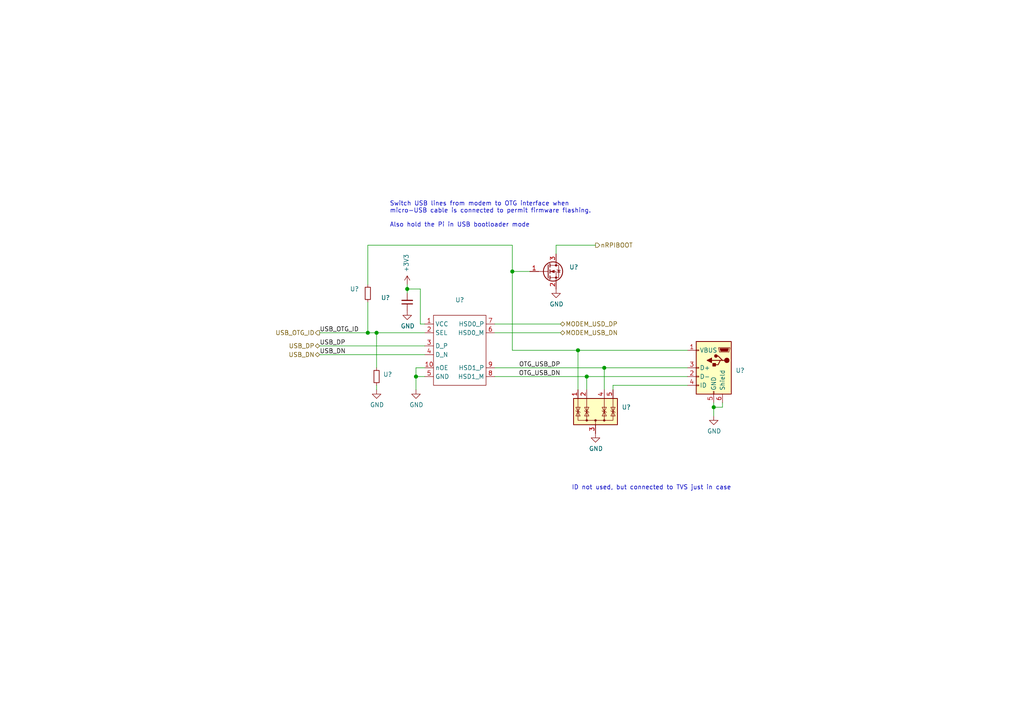
<source format=kicad_sch>
(kicad_sch (version 20220914) (generator eeschema)
  (paper "A4")
  (lib_symbols
    (symbol "CM4IO:FSUSB42MX"
      (property "Reference" "U" (at -7.62 20.32 0))
      (property "Value" "FSUSB42MX" (at -2.54 -2.54 0))
      (symbol "FSUSB42MX_0_0"
        (pin power_in line (at 8.89 16.51 180) (length 2.54) (name "VCC") (number "1"))
        (pin input line (at 8.89 3.81 180) (length 2.54) (name "nOE") (number "10"))
        (pin input line (at 8.89 13.97 180) (length 2.54) (name "SEL") (number "2"))
        (pin bidirectional line (at 8.89 10.16 180) (length 2.54) (name "D_P") (number "3"))
        (pin bidirectional line (at 8.89 7.62 180) (length 2.54) (name "D_N") (number "4"))
        (pin power_in line (at 8.89 1.27 180) (length 2.54) (name "GND") (number "5"))
        (pin bidirectional line (at -11.43 13.97 0) (length 2.54) (name "HSD0_M") (number "6"))
        (pin bidirectional line (at -11.43 16.51 0) (length 2.54) (name "HSD0_P") (number "7"))
        (pin bidirectional line (at -11.43 1.27 0) (length 2.54) (name "HSD1_M") (number "8"))
        (pin bidirectional line (at -11.43 3.81 0) (length 2.54) (name "HSD1_P") (number "9"))
      )
      (symbol "FSUSB42MX_0_1"
        (rectangle (start -8.89 19.05) (end 6.35 -1.27))
      )
    )
    (symbol "Connector:USB_B_Micro" (pin_names (offset 1.016))
      (property "Reference" "J" (at -5.08 11.43 0))
      (property "Value" "USB_B_Micro" (at -5.08 8.89 0))
      (symbol "USB_B_Micro_0_1"
        (rectangle (start -5.08 -7.62) (end 5.08 7.62) (stroke (width 0.254)) (fill (type background)))
        (circle (center -3.81 2.159) (radius 0.635) (stroke (width 0.254)) (fill (type outline)))
        (circle (center -0.635 3.429) (radius 0.381) (stroke (width 0.254)) (fill (type outline)))
        (rectangle (start -0.127 -7.62) (end 0.127 -6.858))
        (polyline (pts (xy -1.905 2.159) (xy 0.635 2.159)) (stroke (width 0.254)))
        (polyline (pts (xy -3.175 2.159) (xy -2.54 2.159) (xy -1.27 3.429) (xy -0.635 3.429)) (stroke (width 0.254)))
        (polyline (pts (xy -2.54 2.159) (xy -1.905 2.159) (xy -1.27 0.889) (xy 0 0.889)) (stroke (width 0.254)))
        (polyline (pts (xy 0.635 2.794) (xy 0.635 1.524) (xy 1.905 2.159) (xy 0.635 2.794)) (stroke (width 0.254)) (fill (type outline)))
        (polyline (pts (xy -4.318 5.588) (xy -1.778 5.588) (xy -2.032 4.826) (xy -4.064 4.826) (xy -4.318 5.588)) (fill (type outline)))
        (polyline (pts (xy -4.699 5.842) (xy -4.699 5.588) (xy -4.445 4.826) (xy -4.445 4.572) (xy -1.651 4.572) (xy -1.651 4.826) (xy -1.397 5.588) (xy -1.397 5.842) (xy -4.699 5.842)))
        (rectangle (start 0.254 1.27) (end -0.508 0.508) (stroke (width 0.254)) (fill (type outline)))
        (rectangle (start 5.08 -5.207) (end 4.318 -4.953))
        (rectangle (start 5.08 -2.667) (end 4.318 -2.413))
        (rectangle (start 5.08 -0.127) (end 4.318 0.127))
        (rectangle (start 5.08 4.953) (end 4.318 5.207))
      )
      (symbol "USB_B_Micro_1_1"
        (pin power_out line (at 7.62 5.08 180) (length 2.54) (name "VBUS") (number "1"))
        (pin bidirectional line (at 7.62 -2.54 180) (length 2.54) (name "D-") (number "2"))
        (pin bidirectional line (at 7.62 0 180) (length 2.54) (name "D+") (number "3"))
        (pin passive line (at 7.62 -5.08 180) (length 2.54) (name "ID") (number "4"))
        (pin power_out line (at 0 -10.16 90) (length 2.54) (name "GND") (number "5"))
        (pin passive line (at -2.54 -10.16 90) (length 2.54) (name "Shield") (number "6"))
      )
    )
    (symbol "Device:C_Small" (pin_numbers hide) (pin_names (offset 0.254) hide)
      (property "Reference" "C" (at 0.254 1.778 0))
      (property "Value" "C_Small" (at 0.254 -2.032 0))
      (symbol "C_Small_0_1"
        (polyline (pts (xy -1.524 -0.508) (xy 1.524 -0.508)) (stroke (width 0.3302)))
        (polyline (pts (xy -1.524 0.508) (xy 1.524 0.508)) (stroke (width 0.3048)))
      )
      (symbol "C_Small_1_1"
        (pin passive line (at 0 2.54 270) (length 2.032) (name "~") (number "1"))
        (pin passive line (at 0 -2.54 90) (length 2.032) (name "~") (number "2"))
      )
    )
    (symbol "Device:Q_NMOS_GSD" (pin_names (offset 0) hide)
      (property "Reference" "Q" (at 5.08 1.27 0))
      (property "Value" "Q_NMOS_GSD" (at 5.08 -1.27 0))
      (symbol "Q_NMOS_GSD_0_1"
        (polyline (pts (xy 0.254 0) (xy -2.54 0)))
        (polyline (pts (xy 0.254 1.905) (xy 0.254 -1.905)) (stroke (width 0.254)))
        (polyline (pts (xy 0.762 -1.27) (xy 0.762 -2.286)) (stroke (width 0.254)))
        (polyline (pts (xy 0.762 0.508) (xy 0.762 -0.508)) (stroke (width 0.254)))
        (polyline (pts (xy 0.762 2.286) (xy 0.762 1.27)) (stroke (width 0.254)))
        (polyline (pts (xy 2.54 2.54) (xy 2.54 1.778)))
        (polyline (pts (xy 2.54 -2.54) (xy 2.54 0) (xy 0.762 0)))
        (polyline (pts (xy 0.762 -1.778) (xy 3.302 -1.778) (xy 3.302 1.778) (xy 0.762 1.778)))
        (polyline (pts (xy 1.016 0) (xy 2.032 0.381) (xy 2.032 -0.381) (xy 1.016 0)) (fill (type outline)))
        (polyline (pts (xy 2.794 0.508) (xy 2.921 0.381) (xy 3.683 0.381) (xy 3.81 0.254)))
        (polyline (pts (xy 3.302 0.381) (xy 2.921 -0.254) (xy 3.683 -0.254) (xy 3.302 0.381)))
        (circle (center 1.651 0) (radius 2.794) (stroke (width 0.254)))
        (circle (center 2.54 -1.778) (radius 0.254) (fill (type outline)))
        (circle (center 2.54 1.778) (radius 0.254) (fill (type outline)))
      )
      (symbol "Q_NMOS_GSD_1_1"
        (pin input line (at -5.08 0 0) (length 2.54) (name "G") (number "1"))
        (pin passive line (at 2.54 -5.08 90) (length 2.54) (name "S") (number "2"))
        (pin passive line (at 2.54 5.08 270) (length 2.54) (name "D") (number "3"))
      )
    )
    (symbol "Device:R_Small" (pin_numbers hide) (pin_names (offset 0.254) hide)
      (property "Reference" "R" (at 0.762 0.508 0))
      (property "Value" "R_Small" (at 0.762 -1.016 0))
      (symbol "R_Small_0_1"
        (rectangle (start -0.762 1.778) (end 0.762 -1.778) (stroke (width 0.2032)))
      )
      (symbol "R_Small_1_1"
        (pin passive line (at 0 2.54 270) (length 0.762) (name "~") (number "1"))
        (pin passive line (at 0 -2.54 90) (length 0.762) (name "~") (number "2"))
      )
    )
    (symbol "j_Power_Protection:ESD7004" (pin_names hide)
      (property "Reference" "U" (at 7.62 3.81 0))
      (property "Value" "ESD7004" (at 7.62 1.905 0))
      (symbol "ESD7004_0_0"
        (pin passive line (at 0 -5.08 90) (length 2.54) (name "G") (number "3"))
      )
      (symbol "ESD7004_0_1"
        (rectangle (start -6.35 5.08) (end 6.35 -2.54) (stroke (width 0.254)) (fill (type background)))
        (circle (center 0 -1.27) (radius 0.254) (fill (type outline)))
        (polyline (pts (xy -2.54 5.08) (xy -2.54 -1.27)))
        (polyline (pts (xy 0 -1.27) (xy 0 -2.54)))
        (polyline (pts (xy 2.54 5.08) (xy 2.54 -1.27)))
        (polyline (pts (xy -5.08 5.08) (xy -5.08 -1.27) (xy 5.08 -1.27) (xy 5.08 5.08)))
        (polyline (pts (xy -4.445 0) (xy -5.715 0) (xy -5.08 1.27) (xy -4.445 0)))
        (polyline (pts (xy -3.175 1.524) (xy -2.921 1.27) (xy -2.159 1.27) (xy -1.905 1.016)))
        (polyline (pts (xy -2.54 1.27) (xy -1.905 0) (xy -3.175 0) (xy -2.54 1.27)))
        (polyline (pts (xy 2.54 1.27) (xy 1.905 0) (xy 3.175 0) (xy 2.54 1.27)))
        (polyline (pts (xy 5.08 1.27) (xy 4.445 0) (xy 5.715 0) (xy 5.08 1.27)))
        (circle (center 2.54 -1.27) (radius 0.254) (fill (type outline)))
      )
      (symbol "ESD7004_1_1"
        (circle (center -2.54 -1.27) (radius 0.254) (fill (type outline)))
        (polyline (pts (xy -5.715 1.524) (xy -5.461 1.27) (xy -4.699 1.27) (xy -4.445 1.016)))
        (polyline (pts (xy -5.08 1.27) (xy -5.715 2.54) (xy -4.445 2.54) (xy -5.08 1.27)))
        (polyline (pts (xy -2.54 1.27) (xy -3.175 2.54) (xy -1.905 2.54) (xy -2.54 1.27)))
        (polyline (pts (xy 1.905 1.524) (xy 2.159 1.27) (xy 2.921 1.27) (xy 3.175 1.016)))
        (polyline (pts (xy 2.54 1.27) (xy 1.905 2.54) (xy 3.175 2.54) (xy 2.54 1.27)))
        (polyline (pts (xy 4.445 1.524) (xy 4.699 1.27) (xy 5.461 1.27) (xy 5.715 1.016)))
        (polyline (pts (xy 5.08 1.27) (xy 4.445 2.54) (xy 5.715 2.54) (xy 5.08 1.27)))
        (pin passive line (at -5.08 7.62 270) (length 2.54) (name "IO1") (number "1"))
        (pin passive line (at -2.54 7.62 270) (length 2.54) (name "IO2") (number "2"))
        (pin passive line (at 2.54 7.62 270) (length 2.54) (name "IO3") (number "4"))
        (pin passive line (at 5.08 7.62 270) (length 2.54) (name "IO4") (number "5"))
      )
    )
    (symbol "power:+3V3" (power) (pin_names (offset 0))
      (property "Value" "+3V3" (at 0 3.556 0))
      (symbol "+3V3_0_1"
        (polyline (pts (xy -0.762 1.27) (xy 0 2.54)))
        (polyline (pts (xy 0 0) (xy 0 2.54)))
        (polyline (pts (xy 0 2.54) (xy 0.762 1.27)))
      )
      (symbol "+3V3_1_1"
        (pin power_in line (at 0 0 90) (length 0) hide (name "+3V3") (number "1"))
      )
    )
    (symbol "power:GND" (power) (pin_names (offset 0))
      (property "Value" "GND" (at 0 -3.81 0))
      (symbol "GND_0_1"
        (polyline (pts (xy 0 0) (xy 0 -1.27) (xy 1.27 -1.27) (xy 0 -2.54) (xy -1.27 -1.27) (xy 0 -1.27)))
      )
      (symbol "GND_1_1"
        (pin power_in line (at 0 0 270) (length 0) hide (name "GND") (number "1"))
      )
    )
  )
  (junction (at 175.26 106.68) (diameter 1.016))
  (junction (at 120.65 109.22) (diameter 1.016))
  (junction (at 170.18 109.22) (diameter 1.016))
  (junction (at 118.11 83.82) (diameter 1.016))
  (junction (at 106.68 96.52) (diameter 1.016))
  (junction (at 109.22 96.52) (diameter 1.016))
  (junction (at 167.64 101.6) (diameter 1.016))
  (junction (at 148.59 78.74) (diameter 1.016))
  (junction (at 207.01 118.11) (diameter 1.016))
  (wire (pts (xy 120.65 106.68) (xy 120.65 109.22)))
  (wire (pts (xy 143.51 106.68) (xy 175.26 106.68)))
  (wire (pts (xy 92.71 96.52) (xy 106.68 96.52)))
  (wire (pts (xy 161.29 71.12) (xy 172.72 71.12)))
  (wire (pts (xy 148.59 71.12) (xy 148.59 78.74)))
  (wire (pts (xy 161.29 73.66) (xy 161.29 71.12)))
  (wire (pts (xy 120.65 109.22) (xy 120.65 113.03)))
  (wire (pts (xy 123.19 93.98) (xy 121.92 93.98)))
  (wire (pts (xy 118.11 83.82) (xy 121.92 83.82)))
  (wire (pts (xy 170.18 109.22) (xy 170.18 113.03)))
  (wire (pts (xy 106.68 71.12) (xy 148.59 71.12)))
  (wire (pts (xy 148.59 101.6) (xy 167.64 101.6)))
  (wire (pts (xy 175.26 106.68) (xy 199.39 106.68)))
  (wire (pts (xy 109.22 96.52) (xy 123.19 96.52)))
  (wire (pts (xy 177.8 111.76) (xy 177.8 113.03)))
  (wire (pts (xy 199.39 111.76) (xy 177.8 111.76)))
  (wire (pts (xy 121.92 93.98) (xy 121.92 83.82)))
  (wire (pts (xy 109.22 96.52) (xy 109.22 106.68)))
  (wire (pts (xy 167.64 101.6) (xy 199.39 101.6)))
  (wire (pts (xy 167.64 101.6) (xy 167.64 113.03)))
  (wire (pts (xy 120.65 109.22) (xy 123.19 109.22)))
  (wire (pts (xy 148.59 78.74) (xy 148.59 101.6)))
  (wire (pts (xy 143.51 96.52) (xy 162.56 96.52)))
  (wire (pts (xy 207.01 118.11) (xy 209.55 118.11)))
  (wire (pts (xy 209.55 116.84) (xy 209.55 118.11)))
  (wire (pts (xy 109.22 113.03) (xy 109.22 111.76)))
  (wire (pts (xy 123.19 106.68) (xy 120.65 106.68)))
  (wire (pts (xy 148.59 78.74) (xy 153.67 78.74)))
  (wire (pts (xy 207.01 116.84) (xy 207.01 118.11)))
  (wire (pts (xy 207.01 118.11) (xy 207.01 120.65)))
  (wire (pts (xy 92.71 100.33) (xy 123.19 100.33)))
  (wire (pts (xy 175.26 106.68) (xy 175.26 113.03)))
  (wire (pts (xy 106.68 96.52) (xy 109.22 96.52)))
  (wire (pts (xy 106.68 87.63) (xy 106.68 96.52)))
  (wire (pts (xy 118.11 82.55) (xy 118.11 83.82)))
  (wire (pts (xy 143.51 93.98) (xy 162.56 93.98)))
  (wire (pts (xy 118.11 83.82) (xy 118.11 85.09)))
  (wire (pts (xy 143.51 109.22) (xy 170.18 109.22)))
  (wire (pts (xy 170.18 109.22) (xy 199.39 109.22)))
  (wire (pts (xy 106.68 82.55) (xy 106.68 71.12)))
  (wire (pts (xy 92.71 102.87) (xy 123.19 102.87)))
  (text "Switch USB lines from modem to OTG interface when\nmicro-USB cable is connected to permit firmware flashing.\n\nAlso hold the Pi in USB bootloader mode" (at 113.03 66.04 0) (effects (font (size 1.27 1.27)) (justify left bottom)))
  (text "ID not used, but connected to TVS just in case" (at 212.09 142.24 0) (effects (font (size 1.27 1.27)) (justify right bottom)))
  (label "OTG_USB_DP" (at 162.56 106.68 180))
  (label "OTG_USB_DN" (at 162.56 109.22 180))
  (label "USB_OTG_ID" (at 92.71 96.52 0))
  (label "USB_DP" (at 92.71 100.33 0))
  (label "USB_DN" (at 92.71 102.87 0))
  (hierarchical_label "nRPIBOOT" (shape output) (at 172.72 71.12 0))
  (hierarchical_label "USB_OTG_ID" (shape output) (at 92.71 96.52 180))
  (hierarchical_label "USB_DN" (shape bidirectional) (at 92.71 102.87 180))
  (hierarchical_label "USB_DP" (shape bidirectional) (at 92.71 100.33 180))
  (hierarchical_label "MODEM_USB_DN" (shape bidirectional) (at 162.56 96.52 0))
  (hierarchical_label "MODEM_USD_DP" (shape bidirectional) (at 162.56 93.98 0))
  (symbol (lib_id "Connector:USB_B_Micro") (at 207.01 106.68 0) (mirror y) (unit 1)
    (default_instance (reference "") (unit 1) (value "") (footprint ""))
  )
  (symbol (lib_id "j_Power_Protection:ESD7004") (at 172.72 120.65 0) (unit 1)
    (default_instance (reference "") (unit 1) (value "") (footprint ""))
    (property "Datasheet" "http://www.ti.com/lit/ds/symlink/tpd4e02b04.pdf" (effects hide))
  )
  (symbol (lib_id "power:GND") (at 172.72 125.73 0) (unit 1)
    (default_instance (reference "") (unit 1) (value "") (footprint ""))
  )
  (symbol (lib_id "power:GND") (at 118.11 90.17 0) (unit 1)
    (default_instance (reference "") (unit 1) (value "") (footprint ""))
  )
  (symbol (lib_id "CM4IO:FSUSB42MX") (at 132.08 110.49 0) (mirror y) (unit 1)
    (default_instance (reference "") (unit 1) (value "") (footprint ""))
  )
  (symbol (lib_id "Device:C_Small") (at 118.11 87.63 180) (unit 1)
    (default_instance (reference "") (unit 1) (value "") (footprint ""))
  )
  (symbol (lib_id "power:GND") (at 161.29 83.82 0) (unit 1)
    (default_instance (reference "") (unit 1) (value "") (footprint ""))
  )
  (symbol (lib_id "power:+3V3") (at 118.11 82.55 0) (unit 1)
    (default_instance (reference "") (unit 1) (value "") (footprint ""))
  )
  (symbol (lib_id "power:GND") (at 109.22 113.03 0) (unit 1)
    (default_instance (reference "") (unit 1) (value "") (footprint ""))
  )
  (symbol (lib_id "power:GND") (at 207.01 120.65 0) (unit 1)
    (default_instance (reference "") (unit 1) (value "") (footprint ""))
  )
  (symbol (lib_id "power:GND") (at 120.65 113.03 0) (unit 1)
    (default_instance (reference "") (unit 1) (value "") (footprint ""))
  )
  (symbol (lib_id "Device:R_Small") (at 109.22 109.22 0) (unit 1)
    (default_instance (reference "") (unit 1) (value "") (footprint ""))
  )
  (symbol (lib_id "Device:R_Small") (at 106.68 85.09 0) (mirror x) (unit 1)
    (default_instance (reference "") (unit 1) (value "") (footprint ""))
  )
  (symbol (lib_id "Device:Q_NMOS_GSD") (at 158.75 78.74 0) (unit 1)
    (default_instance (reference "") (unit 1) (value "") (footprint ""))
  )
)
</source>
